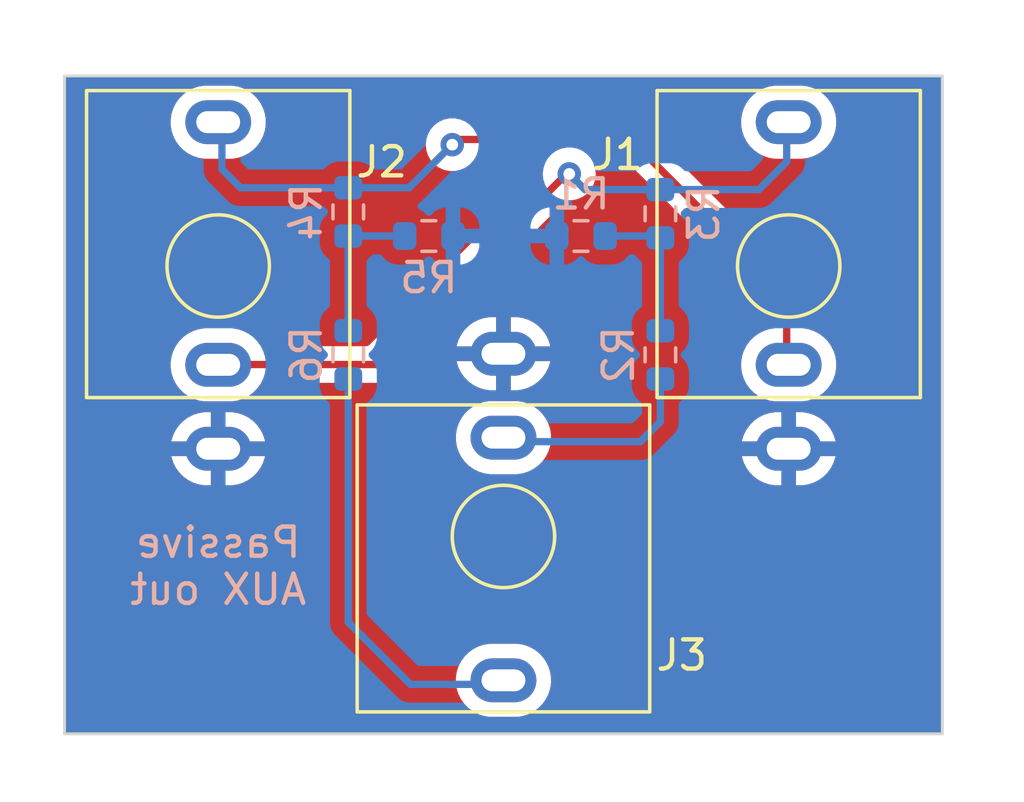
<source format=kicad_pcb>
(kicad_pcb (version 20240108) (generator "pcbnew") (generator_version "8.0")
  (layers (0 "F.Cu" signal) (31 "B.Cu" signal) (34 "B.Paste" user) (35 "F.Paste" user) (36 "B.SilkS" user "B.Silkscreen") (37 "F.SilkS" user "F.Silkscreen") (38 "B.Mask" user) (39 "F.Mask" user) (44 "Edge.Cuts" user))
  (net 0 "")
  (net 1 "GND")
  (net 2 "Net-(J1-PadT)")
  (net 3 "Net-(J1-PadTN)")
  (net 4 "Net-(J3-PadR)")
  (net 5 "Net-(J3-PadT)")
  (net 6 "Net-(R1-Pad1)")
  (net 7 "Net-(R4-Pad2)")
  (footprint "custom_fp:PJ366ST" (layer "F.Cu") (at 144.75 88 180)
    (property "Reference" "J3" (at -6.096 -4.064 0) (layer "F.SilkS"))
    (property "Value" "AudioJack3")
    (fp_line (start 5 4.5) (end 5 -6) (stroke (width 0.12)) (layer "F.SilkS"))
    (fp_line (start 5 -6) (end -5 -6) (stroke (width 0.12)) (layer "F.SilkS"))
    (fp_line (start -5 4.5) (end 5 4.5) (stroke (width 0.12)) (layer "F.SilkS"))
    (fp_line (start -5 -6) (end -5 4.5) (stroke (width 0.12)) (layer "F.SilkS"))
    (fp_circle (center 0 0) (end 1.75 0) (stroke (width 0.12)) (fill none) (layer "F.SilkS"))
    (pad "R" thru_hole oval (at 0 3.38 180) (size 2.25 1.5) (drill oval 1.5 0.75) (layers "*.Cu" "*.Mask") (net 4 "Net-(J3-PadR)"))
    (pad "S" thru_hole oval (at 0 6.25 180) (size 2.25 1.5) (drill oval 1.5 0.75) (layers "*.Cu" "*.Mask") (net 1 "GND"))
    (pad "T" thru_hole oval (at 0 -4.92 180) (size 2.25 1.5) (drill oval 1.5 0.75) (layers "*.Cu" "*.Mask") (net 5 "Net-(J3-PadT)"))
  )
  (footprint "custom_fp:PJ398SM" (layer "F.Cu") (at 135 78.75)
    (property "Reference" "J2" (at 5.588 -3.556 0) (layer "F.SilkS"))
    (property "Value" "AudioJack2_SwitchT")
    (fp_line (start -4.5 -6) (end -4.5 4.5) (stroke (width 0.12)) (layer "F.SilkS"))
    (fp_line (start -4.5 4.5) (end 4.5 4.5) (stroke (width 0.12)) (layer "F.SilkS"))
    (fp_line (start 4.5 -6) (end -4.5 -6) (stroke (width 0.12)) (layer "F.SilkS"))
    (fp_line (start 4.5 4.5) (end 4.5 -6) (stroke (width 0.12)) (layer "F.SilkS"))
    (fp_circle (center 0 0) (end 1.75 0) (stroke (width 0.12)) (fill none) (layer "F.SilkS"))
    (pad "S" thru_hole oval (at 0 6.25) (size 2.25 1.5) (drill oval 1.5 0.75) (layers "*.Cu" "*.Mask") (net 1 "GND"))
    (pad "T" thru_hole oval (at 0 -4.92) (size 2.25 1.5) (drill oval 1.5 0.75) (layers "*.Cu" "*.Mask") (net 3 "Net-(J1-PadTN)"))
    (pad "TN" thru_hole oval (at 0 3.38) (size 2.25 1.5) (drill oval 1.5 0.75) (layers "*.Cu" "*.Mask") (net 2 "Net-(J1-PadT)"))
  )
  (footprint "custom_fp:PJ398SM" (layer "F.Cu") (at 154.5 78.75)
    (property "Reference" "J1" (at -5.842 -3.81 0) (layer "F.SilkS"))
    (property "Value" "AudioJack2_SwitchT")
    (fp_line (start -4.5 -6) (end -4.5 4.5) (stroke (width 0.12)) (layer "F.SilkS"))
    (fp_line (start -4.5 4.5) (end 4.5 4.5) (stroke (width 0.12)) (layer "F.SilkS"))
    (fp_line (start 4.5 -6) (end -4.5 -6) (stroke (width 0.12)) (layer "F.SilkS"))
    (fp_line (start 4.5 4.5) (end 4.5 -6) (stroke (width 0.12)) (layer "F.SilkS"))
    (fp_circle (center 0 0) (end 1.75 0) (stroke (width 0.12)) (fill none) (layer "F.SilkS"))
    (pad "S" thru_hole oval (at 0 6.25) (size 2.25 1.5) (drill oval 1.5 0.75) (layers "*.Cu" "*.Mask") (net 1 "GND"))
    (pad "T" thru_hole oval (at 0 -4.92) (size 2.25 1.5) (drill oval 1.5 0.75) (layers "*.Cu" "*.Mask") (net 2 "Net-(J1-PadT)"))
    (pad "TN" thru_hole oval (at 0 3.38) (size 2.25 1.5) (drill oval 1.5 0.75) (layers "*.Cu" "*.Mask") (net 3 "Net-(J1-PadTN)"))
  )
  (footprint "Resistor_SMD:R_0603_1608Metric" (layer "B.Cu") (at 150.114 81.788 -90)
    (property "Reference" "R2" (at 0 1.43 90) (layer "B.SilkS") (effects (justify mirror)))
    (property "Value" "1k")
    (fp_line (start 0.237258 0.5225) (end -0.237258 0.5225) (stroke (width 0.12)) (layer "B.SilkS"))
    (fp_line (start 0.237258 -0.5225) (end -0.237258 -0.5225) (stroke (width 0.12)) (layer "B.SilkS"))
    (pad "1" smd roundrect (at -0.825 0 270) (size 0.8 0.95) (layers "B.Cu" "B.Paste" "B.Mask") (net 6 "Net-(R1-Pad1)"))
    (pad "2" smd roundrect (at 0.825 0 270) (size 0.8 0.95) (layers "B.Cu" "B.Paste" "B.Mask") (net 4 "Net-(J3-PadR)"))
  )
  (footprint "Resistor_SMD:R_0603_1608Metric" (layer "B.Cu") (at 150.114 76.962 -90)
    (property "Reference" "R3" (at 0 -1.486 90) (layer "B.SilkS") (effects (justify mirror)))
    (property "Value" "3k")
    (fp_line (start 0.237258 0.5225) (end -0.237258 0.5225) (stroke (width 0.12)) (layer "B.SilkS"))
    (fp_line (start 0.237258 -0.5225) (end -0.237258 -0.5225) (stroke (width 0.12)) (layer "B.SilkS"))
    (pad "1" smd roundrect (at -0.825 0 270) (size 0.8 0.95) (layers "B.Cu" "B.Paste" "B.Mask") (net 2 "Net-(J1-PadT)"))
    (pad "2" smd roundrect (at 0.825 0 270) (size 0.8 0.95) (layers "B.Cu" "B.Paste" "B.Mask") (net 6 "Net-(R1-Pad1)"))
  )
  (footprint "Resistor_SMD:R_0603_1608Metric" (layer "B.Cu") (at 139.446 81.788 -90)
    (property "Reference" "R6" (at 0 1.43 90) (layer "B.SilkS") (effects (justify mirror)))
    (property "Value" "1k")
    (fp_line (start 0.237258 0.5225) (end -0.237258 0.5225) (stroke (width 0.12)) (layer "B.SilkS"))
    (fp_line (start 0.237258 -0.5225) (end -0.237258 -0.5225) (stroke (width 0.12)) (layer "B.SilkS"))
    (pad "1" smd roundrect (at -0.825 0 270) (size 0.8 0.95) (layers "B.Cu" "B.Paste" "B.Mask") (net 7 "Net-(R4-Pad2)"))
    (pad "2" smd roundrect (at 0.825 0 270) (size 0.8 0.95) (layers "B.Cu" "B.Paste" "B.Mask") (net 5 "Net-(J3-PadT)"))
  )
  (footprint "Resistor_SMD:R_0603_1608Metric" (layer "B.Cu") (at 142.2 77.724)
    (property "Reference" "R5" (at 0 1.43 0) (layer "B.SilkS") (effects (justify mirror)))
    (property "Value" "1k")
    (fp_line (start 0.237258 -0.5225) (end -0.237258 -0.5225) (stroke (width 0.12)) (layer "B.SilkS"))
    (fp_line (start 0.237258 0.5225) (end -0.237258 0.5225) (stroke (width 0.12)) (layer "B.SilkS"))
    (pad "1" smd roundrect (at -0.825 0) (size 0.8 0.95) (layers "B.Cu" "B.Paste" "B.Mask") (net 7 "Net-(R4-Pad2)"))
    (pad "2" smd roundrect (at 0.825 0) (size 0.8 0.95) (layers "B.Cu" "B.Paste" "B.Mask") (net 1 "GND"))
  )
  (footprint "Resistor_SMD:R_0603_1608Metric" (layer "B.Cu") (at 139.446 76.899 -90)
    (property "Reference" "R4" (at 0 1.43 90) (layer "B.SilkS") (effects (justify mirror)))
    (property "Value" "3k")
    (fp_line (start 0.237258 0.5225) (end -0.237258 0.5225) (stroke (width 0.12)) (layer "B.SilkS"))
    (fp_line (start 0.237258 -0.5225) (end -0.237258 -0.5225) (stroke (width 0.12)) (layer "B.SilkS"))
    (pad "1" smd roundrect (at -0.825 0 270) (size 0.8 0.95) (layers "B.Cu" "B.Paste" "B.Mask") (net 3 "Net-(J1-PadTN)"))
    (pad "2" smd roundrect (at 0.825 0 270) (size 0.8 0.95) (layers "B.Cu" "B.Paste" "B.Mask") (net 7 "Net-(R4-Pad2)"))
  )
  (footprint "Resistor_SMD:R_0603_1608Metric" (layer "B.Cu") (at 147.4 77.724 180)
    (property "Reference" "R1" (at 0 1.43 0) (layer "B.SilkS") (effects (justify mirror)))
    (property "Value" "1k")
    (fp_line (start 0.237258 0.5225) (end -0.237258 0.5225) (stroke (width 0.12)) (layer "B.SilkS"))
    (fp_line (start 0.237258 -0.5225) (end -0.237258 -0.5225) (stroke (width 0.12)) (layer "B.SilkS"))
    (pad "1" smd roundrect (at -0.825 0 180) (size 0.8 0.95) (layers "B.Cu" "B.Paste" "B.Mask") (net 6 "Net-(R1-Pad1)"))
    (pad "2" smd roundrect (at 0.825 0 180) (size 0.8 0.95) (layers "B.Cu" "B.Paste" "B.Mask") (net 1 "GND"))
  )
  (gr_line (start 129.75 94.75) (end 159.75 94.75) (stroke (width 0.1)) (layer "Edge.Cuts"))
  (gr_line (start 159.75 94.75) (end 159.75 72.25) (stroke (width 0.1)) (layer "Edge.Cuts"))
  (gr_line (start 159.75 72.25) (end 129.75 72.25) (stroke (width 0.1)) (layer "Edge.Cuts"))
  (gr_line (start 129.75 72.25) (end 129.75 94.75) (stroke (width 0.1)) (layer "Edge.Cuts"))
  (gr_text "Passive\nAUX out" (at 135 90.4 0) (layer "B.SilkS") (effects (font (size 1 1)) (justify bottom mirror)))
  (segment (start 147 75.6) (end 146.904 75.6) (width 0.25) (layer "F.Cu") (net 2))
  (segment (start 140.384 82.12) (end 135.128 82.12) (width 0.25) (layer "F.Cu") (net 2))
  (segment (start 146.904 75.6) (end 140.384 82.12) (width 0.25) (layer "F.Cu") (net 2))
  (via (at 147 75.6) (size 0.8) (drill 0.4) (layers "F.Cu" "B.Cu") (net 2))
  (segment (start 154.432 75.184) (end 153.479 76.137) (width 0.25) (layer "B.Cu") (net 2))
  (segment (start 147 75.6) (end 147.537 76.137) (width 0.25) (layer "B.Cu") (net 2))
  (segment (start 154.432 73.82) (end 154.432 75.184) (width 0.25) (layer "B.Cu") (net 2))
  (segment (start 153.479 76.137) (end 150.114 76.137) (width 0.25) (layer "B.Cu") (net 2))
  (segment (start 147.537 76.137) (end 150.114 76.137) (width 0.25) (layer "B.Cu") (net 2))
  (segment (start 149.098 74.422) (end 154.432 79.756) (width 0.25) (layer "F.Cu") (net 3))
  (segment (start 143 74.6) (end 143.178 74.422) (width 0.25) (layer "F.Cu") (net 3))
  (segment (start 143.178 74.422) (end 149.098 74.422) (width 0.25) (layer "F.Cu") (net 3))
  (segment (start 154.432 79.756) (end 154.432 82.12) (width 0.25) (layer "F.Cu") (net 3))
  (via (at 143 74.6) (size 0.8) (drill 0.4) (layers "F.Cu" "B.Cu") (net 3))
  (segment (start 135.128 75.438) (end 135.128 73.82) (width 0.25) (layer "B.Cu") (net 3))
  (segment (start 143 74.6) (end 141.526 76.074) (width 0.25) (layer "B.Cu") (net 3))
  (segment (start 141.526 76.074) (end 139.446 76.074) (width 0.25) (layer "B.Cu") (net 3))
  (segment (start 139.446 76.074) (end 135.764 76.074) (width 0.25) (layer "B.Cu") (net 3))
  (segment (start 135.764 76.074) (end 135.128 75.438) (width 0.25) (layer "B.Cu") (net 3))
  (segment (start 144.78 84.758) (end 149.43 84.758) (width 0.25) (layer "B.Cu") (net 4))
  (segment (start 150.114 84.074) (end 150.114 82.613) (width 0.25) (layer "B.Cu") (net 4))
  (segment (start 149.43 84.758) (end 150.114 84.074) (width 0.25) (layer "B.Cu") (net 4))
  (segment (start 141.572 93.058) (end 144.78 93.058) (width 0.25) (layer "B.Cu") (net 5))
  (segment (start 139.446 82.613) (end 139.446 90.932) (width 0.25) (layer "B.Cu") (net 5))
  (segment (start 139.446 90.932) (end 141.572 93.058) (width 0.25) (layer "B.Cu") (net 5))
  (segment (start 150.051 77.724) (end 150.114 77.787) (width 0.25) (layer "B.Cu") (net 6))
  (segment (start 150.114 80.963) (end 150.114 77.787) (width 0.25) (layer "B.Cu") (net 6))
  (segment (start 148.225 77.724) (end 150.051 77.724) (width 0.25) (layer "B.Cu") (net 6))
  (segment (start 139.446 77.724) (end 141.375 77.724) (width 0.25) (layer "B.Cu") (net 7))
  (segment (start 139.446 80.963) (end 139.446 77.724) (width 0.25) (layer "B.Cu") (net 7))
  (zone (net 1) (net_name "GND") (layers "F&B.Cu") (connect_pads (clearance 0.5)) (min_thickness 0.25) (fill yes (thermal_gap 0.5) (thermal_bridge_width 0.5))
    (polygon (pts (xy 162.56 71.12) (xy 128.524 70.612) (xy 127.762 95.758) (xy 162.306 95.758)))
  )
)
</source>
